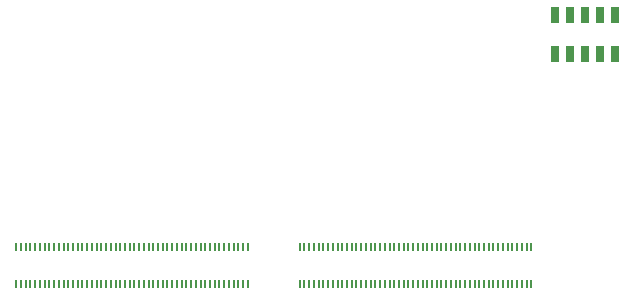
<source format=gbr>
%TF.GenerationSoftware,KiCad,Pcbnew,7.0.7*%
%TF.CreationDate,2024-02-27T20:23:58-08:00*%
%TF.ProjectId,PCBranch,50434272-616e-4636-982e-6b696361645f,rev?*%
%TF.SameCoordinates,Original*%
%TF.FileFunction,Paste,Top*%
%TF.FilePolarity,Positive*%
%FSLAX46Y46*%
G04 Gerber Fmt 4.6, Leading zero omitted, Abs format (unit mm)*
G04 Created by KiCad (PCBNEW 7.0.7) date 2024-02-27 20:23:58*
%MOMM*%
%LPD*%
G01*
G04 APERTURE LIST*
%ADD10R,0.200000X0.700000*%
%ADD11R,0.740000X1.470000*%
G04 APERTURE END LIST*
D10*
%TO.C,J2*%
X42885000Y-54460000D03*
X42885000Y-57540000D03*
X42485000Y-54460000D03*
X42485000Y-57540000D03*
X42085000Y-54460000D03*
X42085000Y-57540000D03*
X41685000Y-54460000D03*
X41685000Y-57540000D03*
X41285000Y-54460000D03*
X41285000Y-57540000D03*
X40885000Y-54460000D03*
X40885000Y-57540000D03*
X40485000Y-54460000D03*
X40485000Y-57540000D03*
X40085000Y-54460000D03*
X40085000Y-57540000D03*
X39685000Y-54460000D03*
X39685000Y-57540000D03*
X39285000Y-54460000D03*
X39285000Y-57540000D03*
X38885000Y-54460000D03*
X38885000Y-57540000D03*
X38485000Y-54460000D03*
X38485000Y-57540000D03*
X38085000Y-54460000D03*
X38085000Y-57540000D03*
X37685000Y-54460000D03*
X37685000Y-57540000D03*
X37285000Y-54460000D03*
X37285000Y-57540000D03*
X36885000Y-54460000D03*
X36885000Y-57540000D03*
X36485000Y-54460000D03*
X36485000Y-57540000D03*
X36085000Y-54460000D03*
X36085000Y-57540000D03*
X35685000Y-54460000D03*
X35685000Y-57540000D03*
X35285000Y-54460000D03*
X35285000Y-57540000D03*
X34885000Y-54460000D03*
X34885000Y-57540000D03*
X34485000Y-54460000D03*
X34485000Y-57540000D03*
X34085000Y-54460000D03*
X34085000Y-57540000D03*
X33685000Y-54460000D03*
X33685000Y-57540000D03*
X33285000Y-54460000D03*
X33285000Y-57540000D03*
X32885000Y-54460000D03*
X32885000Y-57540000D03*
X32485000Y-54460000D03*
X32485000Y-57540000D03*
X32085000Y-54460000D03*
X32085000Y-57540000D03*
X31685000Y-54460000D03*
X31685000Y-57540000D03*
X31285000Y-54460000D03*
X31285000Y-57540000D03*
X30885000Y-54460000D03*
X30885000Y-57540000D03*
X30485000Y-54460000D03*
X30485000Y-57540000D03*
X30085000Y-54460000D03*
X30085000Y-57540000D03*
X29685000Y-54460000D03*
X29685000Y-57540000D03*
X29285000Y-54460000D03*
X29285000Y-57540000D03*
X28885000Y-54460000D03*
X28885000Y-57540000D03*
X28485000Y-54460000D03*
X28485000Y-57540000D03*
X28085000Y-54460000D03*
X28085000Y-57540000D03*
X27685000Y-54460000D03*
X27685000Y-57540000D03*
X27285000Y-54460000D03*
X27285000Y-57540000D03*
X26885000Y-54460000D03*
X26885000Y-57540000D03*
X26485000Y-54460000D03*
X26485000Y-57540000D03*
X26085000Y-54460000D03*
X26085000Y-57540000D03*
X25685000Y-54460000D03*
X25685000Y-57540000D03*
X25285000Y-54460000D03*
X25285000Y-57540000D03*
X24885000Y-54460000D03*
X24885000Y-57540000D03*
X24485000Y-54460000D03*
X24485000Y-57540000D03*
X24085000Y-54460000D03*
X24085000Y-57540000D03*
X23685000Y-54460000D03*
X23685000Y-57540000D03*
X23285000Y-54460000D03*
X23285000Y-57540000D03*
%TD*%
%TO.C,J3*%
X66885000Y-54460000D03*
X66885000Y-57540000D03*
X66485000Y-54460000D03*
X66485000Y-57540000D03*
X66085000Y-54460000D03*
X66085000Y-57540000D03*
X65685000Y-54460000D03*
X65685000Y-57540000D03*
X65285000Y-54460000D03*
X65285000Y-57540000D03*
X64885000Y-54460000D03*
X64885000Y-57540000D03*
X64485000Y-54460000D03*
X64485000Y-57540000D03*
X64085000Y-54460000D03*
X64085000Y-57540000D03*
X63685000Y-54460000D03*
X63685000Y-57540000D03*
X63285000Y-54460000D03*
X63285000Y-57540000D03*
X62885000Y-54460000D03*
X62885000Y-57540000D03*
X62485000Y-54460000D03*
X62485000Y-57540000D03*
X62085000Y-54460000D03*
X62085000Y-57540000D03*
X61685000Y-54460000D03*
X61685000Y-57540000D03*
X61285000Y-54460000D03*
X61285000Y-57540000D03*
X60885000Y-54460000D03*
X60885000Y-57540000D03*
X60485000Y-54460000D03*
X60485000Y-57540000D03*
X60085000Y-54460000D03*
X60085000Y-57540000D03*
X59685000Y-54460000D03*
X59685000Y-57540000D03*
X59285000Y-54460000D03*
X59285000Y-57540000D03*
X58885000Y-54460000D03*
X58885000Y-57540000D03*
X58485000Y-54460000D03*
X58485000Y-57540000D03*
X58085000Y-54460000D03*
X58085000Y-57540000D03*
X57685000Y-54460000D03*
X57685000Y-57540000D03*
X57285000Y-54460000D03*
X57285000Y-57540000D03*
X56885000Y-54460000D03*
X56885000Y-57540000D03*
X56485000Y-54460000D03*
X56485000Y-57540000D03*
X56085000Y-54460000D03*
X56085000Y-57540000D03*
X55685000Y-54460000D03*
X55685000Y-57540000D03*
X55285000Y-54460000D03*
X55285000Y-57540000D03*
X54885000Y-54460000D03*
X54885000Y-57540000D03*
X54485000Y-54460000D03*
X54485000Y-57540000D03*
X54085000Y-54460000D03*
X54085000Y-57540000D03*
X53685000Y-54460000D03*
X53685000Y-57540000D03*
X53285000Y-54460000D03*
X53285000Y-57540000D03*
X52885000Y-54460000D03*
X52885000Y-57540000D03*
X52485000Y-54460000D03*
X52485000Y-57540000D03*
X52085000Y-54460000D03*
X52085000Y-57540000D03*
X51685000Y-54460000D03*
X51685000Y-57540000D03*
X51285000Y-54460000D03*
X51285000Y-57540000D03*
X50885000Y-54460000D03*
X50885000Y-57540000D03*
X50485000Y-54460000D03*
X50485000Y-57540000D03*
X50085000Y-54460000D03*
X50085000Y-57540000D03*
X49685000Y-54460000D03*
X49685000Y-57540000D03*
X49285000Y-54460000D03*
X49285000Y-57540000D03*
X48885000Y-54460000D03*
X48885000Y-57540000D03*
X48485000Y-54460000D03*
X48485000Y-57540000D03*
X48085000Y-54460000D03*
X48085000Y-57540000D03*
X47685000Y-54460000D03*
X47685000Y-57540000D03*
X47285000Y-54460000D03*
X47285000Y-57540000D03*
%TD*%
D11*
%TO.C,J1*%
X73995000Y-38047000D03*
X73995000Y-34817000D03*
X72725000Y-38047000D03*
X72725000Y-34817000D03*
X71455000Y-38047000D03*
X71455000Y-34817000D03*
X70185000Y-38047000D03*
X70185000Y-34817000D03*
X68915000Y-38047000D03*
X68915000Y-34817000D03*
%TD*%
M02*

</source>
